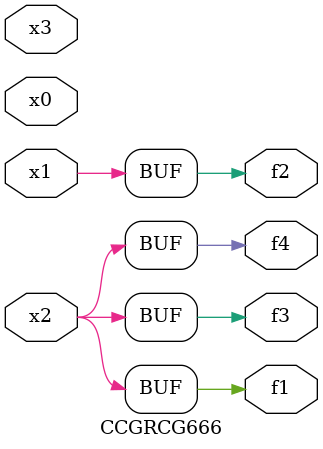
<source format=v>
module CCGRCG666(
	input x0, x1, x2, x3,
	output f1, f2, f3, f4
);
	assign f1 = x2;
	assign f2 = x1;
	assign f3 = x2;
	assign f4 = x2;
endmodule

</source>
